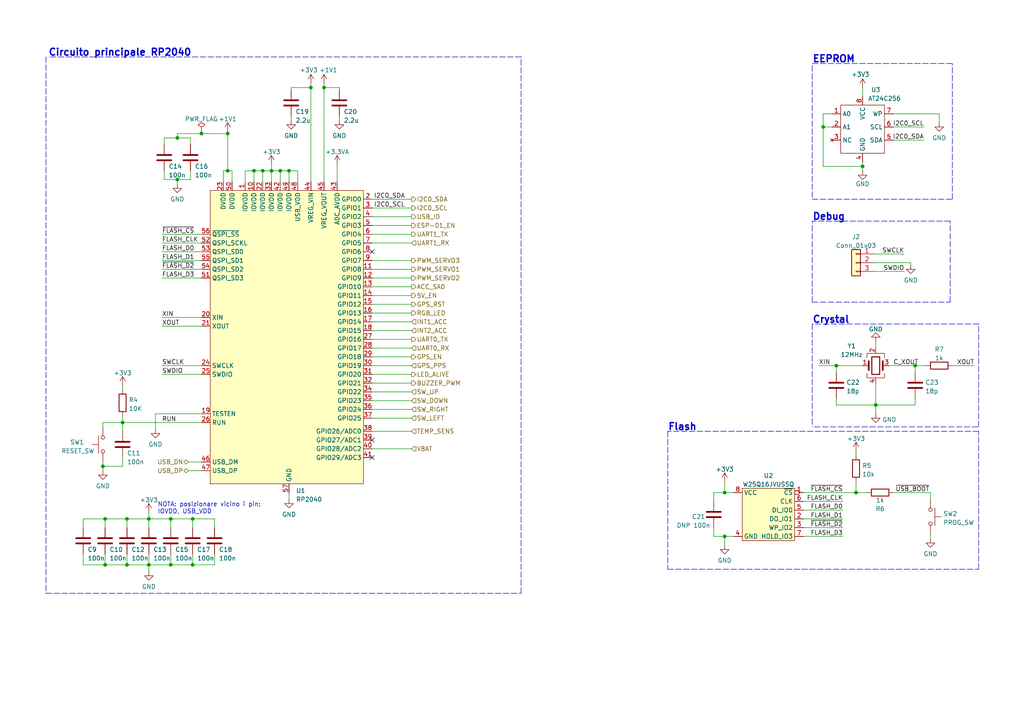
<source format=kicad_sch>
(kicad_sch (version 20211123) (generator eeschema)
  (paper "A4")
  (title_block (title "Scheda PSE RP2040") (date "2023-04-04") (rev "1.0") (comment 1 "Filippo Castellan ") (comment 2 "Edoardo Nicolodi") (comment 3 "Alessandro Speranza") (comment 4 "Ilaria Zamai"))
  (lib_symbols
    (symbol "Connector_Generic:Conn_01x03" (pin_names (offset 1.016) hide)
      (property "Reference" "J" (at 0 5.08 0))
      (property "Value" "Conn_01x03" (at 0 -5.08 0))
      (symbol "Conn_01x03_1_1"
        (rectangle (start -1.27 -2.413) (end 0 -2.667) (stroke (width 0.1524)))
        (rectangle (start -1.27 0.127) (end 0 -0.127) (stroke (width 0.1524)))
        (rectangle (start -1.27 2.667) (end 0 2.413) (stroke (width 0.1524)))
        (rectangle (start -1.27 3.81) (end 1.27 -3.81) (stroke (width 0.254)) (fill (type background)))
        (pin passive line (at -5.08 2.54 0) (length 3.81) (name "Pin_1") (number "1"))
        (pin passive line (at -5.08 0 0) (length 3.81) (name "Pin_2") (number "2"))
        (pin passive line (at -5.08 -2.54 0) (length 3.81) (name "Pin_3") (number "3"))
      )
    )
    (symbol "Device:C" (pin_numbers hide) (pin_names (offset 0.254))
      (property "Reference" "C" (at 0.635 2.54 0))
      (property "Value" "C" (at 0.635 -2.54 0))
      (symbol "C_0_1"
        (polyline (pts (xy -2.032 -0.762) (xy 2.032 -0.762)) (stroke (width 0.508)))
        (polyline (pts (xy -2.032 0.762) (xy 2.032 0.762)) (stroke (width 0.508)))
      )
      (symbol "C_1_1"
        (pin passive line (at 0 3.81 270) (length 2.794) (name "~") (number "1"))
        (pin passive line (at 0 -3.81 90) (length 2.794) (name "~") (number "2"))
      )
    )
    (symbol "Device:Crystal_GND24" (pin_names (offset 1.016) hide)
      (property "Reference" "Y" (at 3.175 5.08 0))
      (property "Value" "Crystal_GND24" (at 3.175 3.175 0))
      (symbol "Crystal_GND24_0_1"
        (rectangle (start -1.143 2.54) (end 1.143 -2.54) (stroke (width 0.3048)))
        (polyline (pts (xy -2.54 0) (xy -2.032 0)))
        (polyline (pts (xy -2.032 -1.27) (xy -2.032 1.27)) (stroke (width 0.508)))
        (polyline (pts (xy 0 -3.81) (xy 0 -3.556)))
        (polyline (pts (xy 0 3.556) (xy 0 3.81)))
        (polyline (pts (xy 2.032 -1.27) (xy 2.032 1.27)) (stroke (width 0.508)))
        (polyline (pts (xy 2.032 0) (xy 2.54 0)))
        (polyline (pts (xy -2.54 -2.286) (xy -2.54 -3.556) (xy 2.54 -3.556) (xy 2.54 -2.286)))
        (polyline (pts (xy -2.54 2.286) (xy -2.54 3.556) (xy 2.54 3.556) (xy 2.54 2.286)))
      )
      (symbol "Crystal_GND24_1_1"
        (pin passive line (at -3.81 0 0) (length 1.27) (name "1") (number "1"))
        (pin passive line (at 0 5.08 270) (length 1.27) (name "2") (number "2"))
        (pin passive line (at 3.81 0 180) (length 1.27) (name "3") (number "3"))
        (pin passive line (at 0 -5.08 90) (length 1.27) (name "4") (number "4"))
      )
    )
    (symbol "Device:R" (pin_numbers hide) (pin_names (offset 0))
      (property "Reference" "R" (at 2.032 0 90))
      (property "Value" "R" (at 0 0 90))
      (symbol "R_0_1"
        (rectangle (start -1.016 -2.54) (end 1.016 2.54) (stroke (width 0.254)))
      )
      (symbol "R_1_1"
        (pin passive line (at 0 3.81 270) (length 1.27) (name "~") (number "1"))
        (pin passive line (at 0 -3.81 90) (length 1.27) (name "~") (number "2"))
      )
    )
    (symbol "Switch:SW_Push" (pin_numbers hide) (pin_names (offset 1.016) hide)
      (property "Reference" "SW" (at 1.27 2.54 0))
      (property "Value" "SW_Push" (at 0 -1.524 0))
      (symbol "SW_Push_0_1"
        (circle (center -2.032 0) (radius 0.508))
        (polyline (pts (xy 0 1.27) (xy 0 3.048)))
        (polyline (pts (xy 2.54 1.27) (xy -2.54 1.27)))
        (circle (center 2.032 0) (radius 0.508))
        (pin passive line (at -5.08 0 0) (length 2.54) (name "1") (number "1"))
        (pin passive line (at 5.08 0 180) (length 2.54) (name "2") (number "2"))
      )
    )
    (symbol "_PSE 2022:RP2040"
      (property "Reference" "U1" (at 3.2894 -46.4296 0))
      (property "Value" "RP2040" (at 3.2894 -48.9665 0))
      (symbol "RP2040_0_0"
        (text "" (at 24.13 -8.89 0) (effects (font (size 1.27 1.27))))
        (text "" (at 25.4 -10.16 0) (effects (font (size 1.27 1.27))))
      )
      (symbol "RP2040_0_1"
        (rectangle (start -21.59 40.64) (end 22.86 -44.45) (stroke (width 0.1524)) (fill (type background)))
      )
      (symbol "RP2040_1_1"
        (pin power_in line (at -11.43 43.18 270) (length 2.54) (name "IOVDD") (number "1"))
        (pin power_in line (at -8.89 43.18 270) (length 2.54) (name "IOVDD") (number "10"))
        (pin unspecified line (at 25.4 17.78 180) (length 2.54) (name "GPIO8") (number "11"))
        (pin unspecified line (at 25.4 15.24 180) (length 2.54) (name "GPIO9") (number "12"))
        (pin unspecified line (at 25.4 12.7 180) (length 2.54) (name "GPIO10") (number "13"))
        (pin unspecified line (at 25.4 10.16 180) (length 2.54) (name "GPIO11") (number "14"))
        (pin unspecified line (at 25.4 7.62 180) (length 2.54) (name "GPIO12") (number "15"))
        (pin unspecified line (at 25.4 5.08 180) (length 2.54) (name "GPIO13") (number "16"))
        (pin unspecified line (at 25.4 2.54 180) (length 2.54) (name "GPIO14") (number "17"))
        (pin unspecified line (at 25.4 0 180) (length 2.54) (name "GPIO15") (number "18"))
        (pin unspecified line (at -24.13 -24.13 0) (length 2.54) (name "TESTEN") (number "19"))
        (pin unspecified line (at 25.4 38.1 180) (length 2.54) (name "GPIO0") (number "2"))
        (pin unspecified line (at -24.13 3.81 0) (length 2.54) (name "XIN") (number "20"))
        (pin unspecified line (at -24.13 1.27 0) (length 2.54) (name "XOUT") (number "21"))
        (pin power_in line (at -6.35 43.18 270) (length 2.54) (name "IOVDD") (number "22"))
        (pin power_in line (at -17.78 43.18 270) (length 2.54) (name "DVDD") (number "23"))
        (pin input line (at -24.13 -10.16 0) (length 2.54) (name "SWCLK") (number "24"))
        (pin bidirectional line (at -24.13 -12.7 0) (length 2.54) (name "SWDIO") (number "25"))
        (pin unspecified line (at -24.13 -26.67 0) (length 2.54) (name "RUN") (number "26"))
        (pin unspecified line (at 25.4 -2.54 180) (length 2.54) (name "GPIO16") (number "27"))
        (pin unspecified line (at 25.4 -5.08 180) (length 2.54) (name "GPIO17") (number "28"))
        (pin unspecified line (at 25.4 -7.62 180) (length 2.54) (name "GPIO18") (number "29"))
        (pin unspecified line (at 25.4 35.56 180) (length 2.54) (name "GPIO1") (number "3"))
        (pin unspecified line (at 25.4 -10.16 180) (length 2.54) (name "GPIO19") (number "30"))
        (pin unspecified line (at 25.4 -12.7 180) (length 2.54) (name "GPIO20") (number "31"))
        (pin unspecified line (at 25.4 -15.24 180) (length 2.54) (name "GPIO21") (number "32"))
        (pin power_in line (at -3.81 43.18 270) (length 2.54) (name "IOVDD") (number "33"))
        (pin unspecified line (at 25.4 -17.78 180) (length 2.54) (name "GPIO22") (number "34"))
        (pin unspecified line (at 25.4 -20.32 180) (length 2.54) (name "GPIO23") (number "35"))
        (pin unspecified line (at 25.4 -22.86 180) (length 2.54) (name "GPIO24") (number "36"))
        (pin unspecified line (at 25.4 -25.4 180) (length 2.54) (name "GPIO25") (number "37"))
        (pin unspecified line (at 25.4 -29.21 180) (length 2.54) (name "GPIO26/ADC0") (number "38"))
        (pin unspecified line (at 25.4 -31.75 180) (length 2.54) (name "GPIO27/ADC1") (number "39"))
        (pin unspecified line (at 25.4 33.02 180) (length 2.54) (name "GPIO2") (number "4"))
        (pin unspecified line (at 25.4 -34.29 180) (length 2.54) (name "GPIO28/ADC2") (number "40"))
        (pin unspecified line (at 25.4 -36.83 180) (length 2.54) (name "GPIO29/ADC3") (number "41"))
        (pin power_in line (at -1.27 43.18 270) (length 2.54) (name "IOVDD") (number "42"))
        (pin power_in line (at 15.24 43.18 270) (length 2.54) (name "ADC_AVDD") (number "43"))
        (pin power_in line (at 7.62 43.18 270) (length 2.54) (name "VREG_VIN") (number "44"))
        (pin power_in line (at 11.43 43.18 270) (length 2.54) (name "VREG_VOUT") (number "45"))
        (pin bidirectional line (at -24.13 -38.1 0) (length 2.54) (name "USB_DM") (number "46"))
        (pin bidirectional line (at -24.13 -40.64 0) (length 2.54) (name "USB_DP") (number "47"))
        (pin power_in line (at 3.81 43.18 270) (length 2.54) (name "USB_VDD") (number "48"))
        (pin power_in line (at 1.27 43.18 270) (length 2.54) (name "IOVDD") (number "49"))
        (pin unspecified line (at 25.4 30.48 180) (length 2.54) (name "GPIO3") (number "5"))
        (pin power_in line (at -15.24 43.18 270) (length 2.54) (name "DVDD") (number "50"))
        (pin unspecified line (at -24.13 15.24 0) (length 2.54) (name "QSPI_SD3") (number "51"))
        (pin unspecified line (at -24.13 25.4 0) (length 2.54) (name "QSPI_SCKL") (number "52"))
        (pin unspecified line (at -24.13 22.86 0) (length 2.54) (name "QSPI_SD0") (number "53"))
        (pin unspecified line (at -24.13 17.78 0) (length 2.54) (name "QSPI_SD2") (number "54"))
        (pin unspecified line (at -24.13 20.32 0) (length 2.54) (name "QSPI_SD1") (number "55"))
        (pin unspecified line (at -24.13 27.94 0) (length 2.54) (name "~{QSPI_SS}") (number "56"))
        (pin power_out line (at 1.27 -46.99 90) (length 2.54) (name "GND") (number "57"))
        (pin unspecified line (at 25.4 27.94 180) (length 2.54) (name "GPIO4") (number "6"))
        (pin unspecified line (at 25.4 25.4 180) (length 2.54) (name "GPIO5") (number "7"))
        (pin unspecified line (at 25.4 22.86 180) (length 2.54) (name "GPIO6") (number "8"))
        (pin unspecified line (at 25.4 20.32 180) (length 2.54) (name "GPIO7") (number "9"))
      )
    )
    (symbol "_PSE 2022:W25Q16JVUSSQ"
      (property "Reference" "U" (at 7.62 5.08 0))
      (property "Value" "W25Q16JVUSSQ" (at 7.62 2.54 0))
      (symbol "W25Q16JVUSSQ_0_1"
        (rectangle (start 0 1.27) (end 15.24 -13.97) (stroke (width 0.1524)) (fill (type background)))
      )
      (symbol "W25Q16JVUSSQ_1_1"
        (pin passive inverted (at 17.78 0 180) (length 2.54) (name "~{CS}") (number "1"))
        (pin passive line (at 17.78 -7.62 180) (length 2.54) (name "DO_IO1") (number "2"))
        (pin passive line (at 17.78 -10.16 180) (length 2.54) (name "WP_IO2") (number "3"))
        (pin power_in line (at -2.54 -12.7 0) (length 2.54) (name "GND") (number "4"))
        (pin passive line (at 17.78 -5.08 180) (length 2.54) (name "DI_IO0") (number "5"))
        (pin passive line (at 17.78 -2.54 180) (length 2.54) (name "CLK") (number "6"))
        (pin passive line (at 17.78 -12.7 180) (length 2.54) (name "HOLD_IO3") (number "7"))
        (pin power_in line (at -2.54 0 0) (length 2.54) (name "VCC") (number "8"))
      )
    )
    (symbol "altro:AT24C256"
      (property "Reference" "U" (at 3.81 11.43 0))
      (property "Value" "AT24C256" (at 7.62 8.89 0))
      (symbol "AT24C256_0_1"
        (rectangle (start -6.35 6.35) (end 6.35 -7.62))
      )
      (symbol "AT24C256_1_1"
        (pin tri_state line (at -8.89 3.81 0) (length 2.54) (name "A0") (number "1"))
        (pin tri_state line (at -8.89 0 0) (length 2.54) (name "A1") (number "2"))
        (pin no_connect line (at -8.89 -3.81 0) (length 2.54) (name "NC") (number "3"))
        (pin power_out line (at 0 -10.16 90) (length 2.54) (name "GND") (number "4"))
        (pin bidirectional line (at 8.89 -3.81 180) (length 2.54) (name "SDA") (number "5"))
        (pin input line (at 8.89 0 180) (length 2.54) (name "SCL") (number "6"))
        (pin bidirectional line (at 8.89 3.81 180) (length 2.54) (name "WP") (number "7"))
        (pin power_in line (at 0 8.89 270) (length 2.54) (name "VCC") (number "8"))
      )
    )
    (symbol "power:+1V1" (power) (pin_names (offset 0))
      (property "Value" "+1V1" (at 0 3.556 0))
      (symbol "+1V1_0_1"
        (polyline (pts (xy -0.762 1.27) (xy 0 2.54)))
        (polyline (pts (xy 0 0) (xy 0 2.54)))
        (polyline (pts (xy 0 2.54) (xy 0.762 1.27)))
      )
      (symbol "+1V1_1_1"
        (pin power_in line (at 0 0 90) (length 0) hide (name "+1V1") (number "1"))
      )
    )
    (symbol "power:+3.3VA" (power) (pin_names (offset 0))
      (property "Value" "+3.3VA" (at 0 3.556 0))
      (symbol "+3.3VA_0_1"
        (polyline (pts (xy -0.762 1.27) (xy 0 2.54)))
        (polyline (pts (xy 0 0) (xy 0 2.54)))
        (polyline (pts (xy 0 2.54) (xy 0.762 1.27)))
      )
      (symbol "+3.3VA_1_1"
        (pin power_in line (at 0 0 90) (length 0) hide (name "+3.3VA") (number "1"))
      )
    )
    (symbol "power:+3V3" (power) (pin_names (offset 0))
      (property "Value" "+3V3" (at 0 3.556 0))
      (symbol "+3V3_0_1"
        (polyline (pts (xy -0.762 1.27) (xy 0 2.54)))
        (polyline (pts (xy 0 0) (xy 0 2.54)))
        (polyline (pts (xy 0 2.54) (xy 0.762 1.27)))
      )
      (symbol "+3V3_1_1"
        (pin power_in line (at 0 0 90) (length 0) hide (name "+3V3") (number "1"))
      )
    )
    (symbol "power:GND" (power) (pin_names (offset 0))
      (property "Value" "GND" (at 0 -3.81 0))
      (symbol "GND_0_1"
        (polyline (pts (xy 0 0) (xy 0 -1.27) (xy 1.27 -1.27) (xy 0 -2.54) (xy -1.27 -1.27) (xy 0 -1.27)))
      )
      (symbol "GND_1_1"
        (pin power_in line (at 0 0 270) (length 0) hide (name "GND") (number "1"))
      )
    )
    (symbol "power:PWR_FLAG" (power) (pin_numbers hide) (pin_names (offset 0) hide)
      (property "Value" "PWR_FLAG" (at 0 3.81 0))
      (symbol "PWR_FLAG_0_0"
        (pin power_out line (at 0 0 90) (length 0) (name "pwr") (number "1"))
      )
      (symbol "PWR_FLAG_0_1"
        (polyline (pts (xy 0 0) (xy 0 1.27) (xy -1.016 1.905) (xy 0 2.54) (xy 1.016 1.905) (xy 0 1.27)))
      )
    )
  )
  (junction (at 83.82 49.53))
  (junction (at 78.74 49.53))
  (junction (at 210.185 142.875))
  (junction (at 242.57 106.045))
  (junction (at 51.435 52.07))
  (junction (at 35.56 122.555))
  (junction (at 73.66 49.53))
  (junction (at 36.83 150.495))
  (junction (at 29.845 135.255))
  (junction (at 30.48 163.83))
  (junction (at 265.43 106.045))
  (junction (at 254 117.475))
  (junction (at 250.19 48.26))
  (junction (at 58.42 38.735))
  (junction (at 238.76 36.83))
  (junction (at 81.28 49.53))
  (junction (at 55.88 150.495))
  (junction (at 43.18 150.495))
  (junction (at 49.53 150.495))
  (junction (at 210.185 155.575))
  (junction (at 93.98 25.4))
  (junction (at 248.285 142.875))
  (junction (at 43.18 163.83))
  (junction (at 36.83 163.83))
  (junction (at 66.04 49.53))
  (junction (at 66.04 38.735))
  (junction (at 51.435 40.005))
  (junction (at 30.48 150.495))
  (junction (at 49.53 163.83))
  (junction (at 90.17 25.4))
  (junction (at 76.2 49.53))
  (junction (at 55.88 163.83))
  (no_connect (at 107.95 127.635))
  (no_connect (at 107.95 132.715))
  (no_connect (at 107.95 73.025))
  (polyline (pts (xy 193.675 165.1) (xy 283.845 165.1)))
  (polyline (pts (xy 235.585 87.63) (xy 275.59 87.63)))
  (wire (pts (xy 36.83 150.495) (xy 36.83 153.035)))
  (wire (pts (xy 35.56 132.715) (xy 35.56 135.255)))
  (polyline (pts (xy 13.335 16.51) (xy 13.335 172.085)))
  (polyline (pts (xy 193.675 125.095) (xy 193.675 165.1)))
  (wire (pts (xy 46.99 94.615) (xy 58.42 94.615)))
  (wire (pts (xy 29.845 123.825) (xy 29.845 122.555)))
  (wire (pts (xy 83.82 142.875) (xy 83.82 144.78)))
  (wire (pts (xy 24.13 163.83) (xy 30.48 163.83)))
  (wire (pts (xy 97.79 47.625) (xy 97.79 52.705)))
  (wire (pts (xy 66.04 38.1) (xy 66.04 38.735)))
  (wire (pts (xy 43.18 163.83) (xy 43.18 165.735)))
  (wire (pts (xy 250.19 46.99) (xy 250.19 48.26)))
  (wire (pts (xy 253.365 76.2) (xy 264.16 76.2)))
  (wire (pts (xy 233.045 147.955) (xy 244.475 147.955)))
  (wire (pts (xy 73.66 52.705) (xy 73.66 49.53)))
  (wire (pts (xy 66.04 49.53) (xy 64.77 49.53)))
  (wire (pts (xy 46.99 92.075) (xy 58.42 92.075)))
  (wire (pts (xy 24.13 153.035) (xy 24.13 150.495)))
  (wire (pts (xy 233.045 145.415) (xy 244.475 145.415)))
  (wire (pts (xy 47.625 40.005) (xy 51.435 40.005)))
  (wire (pts (xy 250.19 48.26) (xy 250.19 49.53)))
  (wire (pts (xy 259.08 142.875) (xy 269.875 142.875)))
  (wire (pts (xy 67.31 49.53) (xy 66.04 49.53)))
  (wire (pts (xy 46.99 70.485) (xy 58.42 70.485)))
  (wire (pts (xy 212.725 155.575) (xy 210.185 155.575)))
  (wire (pts (xy 47.625 41.91) (xy 47.625 40.005)))
  (wire (pts (xy 46.99 80.645) (xy 58.42 80.645)))
  (wire (pts (xy 51.435 40.005) (xy 55.245 40.005)))
  (wire (pts (xy 78.74 49.53) (xy 81.28 49.53)))
  (wire (pts (xy 93.98 25.4) (xy 93.98 52.705)))
  (wire (pts (xy 242.57 106.045) (xy 250.19 106.045)))
  (wire (pts (xy 73.66 49.53) (xy 71.12 49.53)))
  (wire (pts (xy 107.95 111.125) (xy 119.38 111.125)))
  (polyline (pts (xy 235.585 64.135) (xy 235.585 64.77)))
  (wire (pts (xy 58.42 38.735) (xy 66.04 38.735)))
  (wire (pts (xy 58.42 120.015) (xy 45.085 120.015)))
  (wire (pts (xy 253.365 78.74) (xy 262.255 78.74)))
  (wire (pts (xy 254 117.475) (xy 265.43 117.475)))
  (wire (pts (xy 81.28 49.53) (xy 83.82 49.53)))
  (wire (pts (xy 76.2 49.53) (xy 76.2 52.705)))
  (wire (pts (xy 107.95 103.505) (xy 119.38 103.505)))
  (wire (pts (xy 238.76 36.83) (xy 241.3 36.83)))
  (wire (pts (xy 207.01 153.035) (xy 207.01 155.575)))
  (wire (pts (xy 265.43 115.57) (xy 265.43 117.475)))
  (wire (pts (xy 49.53 163.83) (xy 43.18 163.83)))
  (wire (pts (xy 107.95 125.095) (xy 119.38 125.095)))
  (wire (pts (xy 46.99 106.045) (xy 58.42 106.045)))
  (wire (pts (xy 46.99 75.565) (xy 58.42 75.565)))
  (wire (pts (xy 90.17 25.4) (xy 90.17 52.705)))
  (wire (pts (xy 248.285 139.7) (xy 248.285 142.875)))
  (wire (pts (xy 242.57 117.475) (xy 242.57 115.57)))
  (polyline (pts (xy 235.585 65.405) (xy 235.585 87.63)))
  (polyline (pts (xy 283.845 165.1) (xy 283.845 125.095)))
  (polyline (pts (xy 275.59 87.63) (xy 275.59 64.135)))
  (wire (pts (xy 107.95 98.425) (xy 119.38 98.425)))
  (wire (pts (xy 51.435 52.07) (xy 51.435 53.34)))
  (wire (pts (xy 107.95 88.265) (xy 119.38 88.265)))
  (wire (pts (xy 36.83 163.83) (xy 30.48 163.83)))
  (polyline (pts (xy 235.585 18.415) (xy 276.225 18.415)))
  (wire (pts (xy 242.57 106.045) (xy 242.57 107.95)))
  (wire (pts (xy 250.19 25.4) (xy 250.19 27.94)))
  (polyline (pts (xy 283.845 93.98) (xy 235.585 93.98)))
  (wire (pts (xy 78.74 49.53) (xy 78.74 52.705)))
  (wire (pts (xy 76.2 49.53) (xy 78.74 49.53)))
  (wire (pts (xy 107.95 100.965) (xy 119.38 100.965)))
  (wire (pts (xy 107.95 78.105) (xy 119.38 78.105)))
  (wire (pts (xy 43.18 160.655) (xy 43.18 163.83)))
  (wire (pts (xy 55.88 163.83) (xy 49.53 163.83)))
  (wire (pts (xy 47.625 49.53) (xy 47.625 52.07)))
  (wire (pts (xy 238.76 36.83) (xy 238.76 48.26)))
  (wire (pts (xy 259.08 33.02) (xy 272.415 33.02)))
  (wire (pts (xy 86.36 49.53) (xy 86.36 52.705)))
  (wire (pts (xy 43.18 148.59) (xy 43.18 150.495)))
  (wire (pts (xy 276.225 106.045) (xy 282.575 106.045)))
  (wire (pts (xy 233.045 153.035) (xy 244.475 153.035)))
  (wire (pts (xy 36.83 160.655) (xy 36.83 163.83)))
  (wire (pts (xy 107.95 90.805) (xy 119.38 90.805)))
  (wire (pts (xy 24.13 160.655) (xy 24.13 163.83)))
  (wire (pts (xy 47.625 52.07) (xy 51.435 52.07)))
  (wire (pts (xy 29.845 135.255) (xy 29.845 133.985)))
  (wire (pts (xy 210.185 142.875) (xy 212.725 142.875)))
  (wire (pts (xy 93.98 24.13) (xy 93.98 25.4)))
  (wire (pts (xy 210.185 139.7) (xy 210.185 142.875)))
  (wire (pts (xy 254 111.125) (xy 254 117.475)))
  (wire (pts (xy 46.99 108.585) (xy 58.42 108.585)))
  (wire (pts (xy 51.435 38.735) (xy 58.42 38.735)))
  (wire (pts (xy 30.48 150.495) (xy 36.83 150.495)))
  (wire (pts (xy 35.56 120.65) (xy 35.56 122.555)))
  (wire (pts (xy 49.53 160.655) (xy 49.53 163.83)))
  (wire (pts (xy 238.76 33.02) (xy 238.76 36.83)))
  (wire (pts (xy 265.43 106.045) (xy 268.605 106.045)))
  (wire (pts (xy 107.95 118.745) (xy 119.38 118.745)))
  (wire (pts (xy 46.99 67.945) (xy 58.42 67.945)))
  (wire (pts (xy 107.95 130.175) (xy 119.38 130.175)))
  (wire (pts (xy 55.88 150.495) (xy 62.23 150.495)))
  (wire (pts (xy 248.285 130.81) (xy 248.285 132.08)))
  (wire (pts (xy 55.245 40.005) (xy 55.245 41.91)))
  (wire (pts (xy 30.48 150.495) (xy 30.48 153.035)))
  (wire (pts (xy 84.455 33.655) (xy 84.455 34.925)))
  (polyline (pts (xy 236.22 123.825) (xy 283.845 123.825)))
  (wire (pts (xy 84.455 25.4) (xy 84.455 26.035)))
  (wire (pts (xy 43.18 150.495) (xy 43.18 153.035)))
  (wire (pts (xy 233.045 155.575) (xy 244.475 155.575)))
  (wire (pts (xy 107.95 57.785) (xy 119.38 57.785)))
  (wire (pts (xy 107.95 83.185) (xy 119.38 83.185)))
  (wire (pts (xy 107.95 106.045) (xy 119.38 106.045)))
  (wire (pts (xy 83.82 49.53) (xy 83.82 52.705)))
  (wire (pts (xy 107.95 113.665) (xy 119.38 113.665)))
  (wire (pts (xy 254 117.475) (xy 254 120.015)))
  (wire (pts (xy 51.435 38.735) (xy 51.435 40.005)))
  (wire (pts (xy 55.245 52.07) (xy 55.245 49.53)))
  (wire (pts (xy 98.425 26.035) (xy 98.425 25.4)))
  (polyline (pts (xy 151.13 172.085) (xy 151.13 16.51)))
  (wire (pts (xy 62.23 150.495) (xy 62.23 153.035)))
  (polyline (pts (xy 283.845 123.825) (xy 283.845 93.98)))
  (wire (pts (xy 269.875 154.94) (xy 269.875 156.21)))
  (polyline (pts (xy 235.585 57.785) (xy 276.225 57.785)))
  (wire (pts (xy 29.845 135.255) (xy 29.845 136.525)))
  (wire (pts (xy 107.95 62.865) (xy 119.38 62.865)))
  (wire (pts (xy 107.95 75.565) (xy 119.38 75.565)))
  (polyline (pts (xy 275.59 64.135) (xy 235.585 64.135)))
  (wire (pts (xy 24.13 150.495) (xy 30.48 150.495)))
  (wire (pts (xy 238.76 48.26) (xy 250.19 48.26)))
  (wire (pts (xy 107.95 116.205) (xy 119.38 116.205)))
  (wire (pts (xy 35.56 135.255) (xy 29.845 135.255)))
  (wire (pts (xy 233.045 150.495) (xy 244.475 150.495)))
  (wire (pts (xy 58.42 38.1) (xy 58.42 38.735)))
  (wire (pts (xy 84.455 25.4) (xy 90.17 25.4)))
  (wire (pts (xy 54.61 136.525) (xy 58.42 136.525)))
  (wire (pts (xy 259.08 40.64) (xy 267.97 40.64)))
  (wire (pts (xy 98.425 33.655) (xy 98.425 34.925)))
  (wire (pts (xy 46.99 73.025) (xy 58.42 73.025)))
  (wire (pts (xy 107.95 60.325) (xy 119.38 60.325)))
  (wire (pts (xy 241.3 33.02) (xy 238.76 33.02)))
  (wire (pts (xy 107.95 108.585) (xy 119.38 108.585)))
  (wire (pts (xy 62.23 160.655) (xy 62.23 163.83)))
  (wire (pts (xy 54.61 133.985) (xy 58.42 133.985)))
  (wire (pts (xy 269.875 142.875) (xy 269.875 144.78)))
  (polyline (pts (xy 276.225 57.785) (xy 276.225 18.415)))
  (wire (pts (xy 30.48 160.655) (xy 30.48 163.83)))
  (wire (pts (xy 107.95 80.645) (xy 119.38 80.645)))
  (wire (pts (xy 107.95 85.725) (xy 119.38 85.725)))
  (wire (pts (xy 265.43 107.95) (xy 265.43 106.045)))
  (wire (pts (xy 207.01 155.575) (xy 210.185 155.575)))
  (polyline (pts (xy 283.845 125.095) (xy 193.675 125.095)))
  (wire (pts (xy 73.66 49.53) (xy 76.2 49.53)))
  (wire (pts (xy 107.95 95.885) (xy 119.38 95.885)))
  (wire (pts (xy 71.12 49.53) (xy 71.12 52.705)))
  (wire (pts (xy 46.99 78.105) (xy 58.42 78.105)))
  (wire (pts (xy 36.83 150.495) (xy 43.18 150.495)))
  (wire (pts (xy 55.88 150.495) (xy 55.88 153.035)))
  (wire (pts (xy 49.53 150.495) (xy 49.53 153.035)))
  (wire (pts (xy 90.17 24.13) (xy 90.17 25.4)))
  (polyline (pts (xy 151.13 16.51) (xy 13.97 16.51)))
  (polyline (pts (xy 235.585 93.98) (xy 235.585 123.825)))
  (wire (pts (xy 55.88 160.655) (xy 55.88 163.83)))
  (wire (pts (xy 45.085 120.015) (xy 45.085 124.46)))
  (wire (pts (xy 66.04 38.735) (xy 66.04 49.53)))
  (wire (pts (xy 248.285 142.875) (xy 251.46 142.875)))
  (wire (pts (xy 253.365 73.66) (xy 262.255 73.66)))
  (wire (pts (xy 257.81 106.045) (xy 265.43 106.045)))
  (wire (pts (xy 35.56 122.555) (xy 35.56 125.095)))
  (wire (pts (xy 49.53 150.495) (xy 55.88 150.495)))
  (wire (pts (xy 254 99.06) (xy 254 100.965)))
  (wire (pts (xy 43.18 150.495) (xy 49.53 150.495)))
  (wire (pts (xy 207.01 145.415) (xy 207.01 142.875)))
  (wire (pts (xy 36.83 163.83) (xy 43.18 163.83)))
  (wire (pts (xy 81.28 49.53) (xy 81.28 52.705)))
  (wire (pts (xy 272.415 33.02) (xy 272.415 35.56)))
  (wire (pts (xy 64.77 49.53) (xy 64.77 52.705)))
  (wire (pts (xy 35.56 122.555) (xy 58.42 122.555)))
  (wire (pts (xy 264.16 76.2) (xy 264.16 76.835)))
  (wire (pts (xy 237.49 106.045) (xy 242.57 106.045)))
  (wire (pts (xy 207.01 142.875) (xy 210.185 142.875)))
  (wire (pts (xy 107.95 93.345) (xy 119.38 93.345)))
  (wire (pts (xy 35.56 111.76) (xy 35.56 113.03)))
  (wire (pts (xy 259.08 36.83) (xy 267.97 36.83)))
  (wire (pts (xy 107.95 65.405) (xy 119.38 65.405)))
  (wire (pts (xy 67.31 52.705) (xy 67.31 49.53)))
  (wire (pts (xy 83.82 49.53) (xy 86.36 49.53)))
  (wire (pts (xy 51.435 52.07) (xy 55.245 52.07)))
  (wire (pts (xy 93.98 25.4) (xy 98.425 25.4)))
  (polyline (pts (xy 13.335 172.085) (xy 151.13 172.085)))
  (wire (pts (xy 107.95 67.945) (xy 119.38 67.945)))
  (wire (pts (xy 210.185 155.575) (xy 210.185 158.115)))
  (wire (pts (xy 107.95 70.485) (xy 119.38 70.485)))
  (wire (pts (xy 233.045 142.875) (xy 248.285 142.875)))
  (wire (pts (xy 78.74 47.625) (xy 78.74 49.53)))
  (polyline (pts (xy 235.585 19.05) (xy 235.585 57.785)))
  (wire (pts (xy 254 117.475) (xy 242.57 117.475)))
  (wire (pts (xy 29.845 122.555) (xy 35.56 122.555)))
  (wire (pts (xy 107.95 121.285) (xy 119.38 121.285)))
  (wire (pts (xy 62.23 163.83) (xy 55.88 163.83)))
  (text "EEPROM" (at 235.585 18.415 0) (effects (font (size 2 2) (thickness 0.4) bold) (justify left bottom)))
  (text "Crystal" (at 235.585 93.98 0) (effects (font (size 2 2) (thickness 0.4) bold) (justify left bottom)))
  (text "Circuito principale RP2040" (at 13.97 16.51 0) (effects (font (size 2 2) (thickness 0.4) bold) (justify left bottom)))
  (text "NOTA: posizionare vicino i pin: \nIOVDD, USB_VDD" (at 45.72 149.225 0) (effects (font (size 1.27 1.27)) (justify left bottom)))
  (text "Flash" (at 193.675 125.095 0) (effects (font (size 2 2) (thickness 0.4) bold) (justify left bottom)))
  (text "Debug" (at 235.585 64.135 0) (effects (font (size 2 2) (thickness 0.4) bold) (justify left bottom)))
  (label "FLASH_CLK" (at 244.475 145.415 180))
  (label "~{FLASH_CS}" (at 46.99 67.945 0))
  (label "SWDIO" (at 46.99 108.585 0))
  (label "~{FLASH_D2}" (at 46.99 78.105 0))
  (label "I2C0_SCL" (at 267.97 36.83 180))
  (label "~{FLASH_CS}" (at 244.475 142.875 180))
  (label "XIN" (at 46.99 92.075 0))
  (label "SWCLK" (at 46.99 106.045 0))
  (label "FLASH_D0" (at 46.99 73.025 0))
  (label "FLASH_CLK" (at 46.99 70.485 0))
  (label "XOUT" (at 282.575 106.045 180))
  (label "XIN" (at 237.49 106.045 0))
  (label "I2C0_SDA" (at 117.475 57.785 180))
  (label "I2C0_SCL" (at 117.475 60.325 180))
  (label "FLASH_D1" (at 46.99 75.565 0))
  (label "~{USB_BOOT}" (at 259.715 142.875 0))
  (label "SWCLK" (at 262.255 73.66 180))
  (label "C_XOUT" (at 259.08 106.045 0))
  (label "XOUT" (at 46.99 94.615 0))
  (label "FLASH_D3" (at 46.99 80.645 0))
  (label "FLASH_D3" (at 244.475 155.575 180))
  (label "~{FLASH_D2}" (at 244.475 153.035 180))
  (label "RUN" (at 46.99 122.555 0))
  (label "FLASH_D0" (at 244.475 147.955 180))
  (label "I2C0_SDA" (at 267.97 40.64 180))
  (label "FLASH_D1" (at 244.475 150.495 180))
  (label "SWDIO" (at 262.255 78.74 180))
  (hierarchical_label "UART0_TX" (shape output) (at 119.38 98.425 0))
  (hierarchical_label "LED_ALIVE" (shape output) (at 119.38 108.585 0))
  (hierarchical_label "USB_DP" (shape bidirectional) (at 54.61 136.525 180))
  (hierarchical_label "GPS_RST" (shape output) (at 119.38 88.265 0))
  (hierarchical_label "TEMP_SENS" (shape input) (at 119.38 125.095 0))
  (hierarchical_label "UART1_RX" (shape input) (at 119.38 70.485 0))
  (hierarchical_label "SW_DOWN" (shape input) (at 119.38 116.205 0))
  (hierarchical_label "I2C0_SCL" (shape output) (at 119.38 60.325 0))
  (hierarchical_label "INT1_ACC" (shape input) (at 119.38 93.345 0))
  (hierarchical_label "UART0_RX" (shape input) (at 119.38 100.965 0))
  (hierarchical_label "BUZZER_PWM" (shape output) (at 119.38 111.125 0))
  (hierarchical_label "ACC_SA0" (shape output) (at 119.38 83.185 0))
  (hierarchical_label "RGB_LED" (shape output) (at 119.38 90.805 0))
  (hierarchical_label "SW_RIGHT" (shape input) (at 119.38 118.745 0))
  (hierarchical_label "GPS_EN" (shape output) (at 119.38 103.505 0))
  (hierarchical_label "I2C0_SDA" (shape output) (at 119.38 57.785 0))
  (hierarchical_label "5V_EN" (shape output) (at 119.38 85.725 0))
  (hierarchical_label "SW_LEFT" (shape input) (at 119.38 121.285 0))
  (hierarchical_label "PWM_SERVO2" (shape output) (at 119.38 80.645 0))
  (hierarchical_label "SW_UP" (shape input) (at 119.38 113.665 0))
  (hierarchical_label "VBAT" (shape input) (at 119.38 130.175 0))
  (hierarchical_label "PWM_SERVO3" (shape output) (at 119.38 75.565 0))
  (hierarchical_label "UART1_TX" (shape output) (at 119.38 67.945 0))
  (hierarchical_label "USB_DN" (shape bidirectional) (at 54.61 133.985 180))
  (hierarchical_label "GPS_PPS" (shape input) (at 119.38 106.045 0))
  (hierarchical_label "ESP-01_EN" (shape output) (at 119.38 65.405 0))
  (hierarchical_label "USB_ID" (shape output) (at 119.38 62.865 0))
  (hierarchical_label "PWM_SERVO1" (shape output) (at 119.38 78.105 0))
  (hierarchical_label "INT2_ACC" (shape input) (at 119.38 95.885 0))
  (symbol (lib_id "Device:C") (at 242.57 111.76 0) (unit 1)
    (property "Reference" "C22" (at 245.491 110.9253 0) (effects (justify left)))
    (property "Value" "18p" (at 245.491 113.4622 0) (effects (justify left)))
    (property "Footprint" "Capacitor_SMD:C_0603_1608Metric" (effects hide))
  )
  (symbol (lib_id "Device:C") (at 30.48 156.845 0) (unit 1)
    (property "Reference" "C10" (at 31.75 159.3881 0) (effects (justify left)))
    (property "Value" "100n" (at 31.75 161.925 0) (effects (justify left)))
    (property "Footprint" "Capacitor_SMD:C_0603_1608Metric" (effects hide))
  )
  (symbol (lib_id "Device:C") (at 43.18 156.845 0) (unit 1)
    (property "Reference" "C13" (at 44.45 159.3881 0) (effects (justify left)))
    (property "Value" "100n" (at 44.45 161.925 0) (effects (justify left)))
    (property "Footprint" "Capacitor_SMD:C_0603_1608Metric" (effects hide))
  )
  (symbol (lib_id "Device:C") (at 84.455 29.845 0) (unit 1)
    (property "Reference" "C19" (at 85.725 32.3881 0) (effects (justify left)))
    (property "Value" "2.2u" (at 85.725 34.925 0) (effects (justify left)))
    (property "Footprint" "Capacitor_SMD:C_0603_1608Metric" (effects hide))
  )
  (symbol (lib_id "Device:C") (at 98.425 29.845 0) (unit 1)
    (property "Reference" "C20" (at 99.695 32.3881 0) (effects (justify left)))
    (property "Value" "2.2u" (at 99.695 34.925 0) (effects (justify left)))
    (property "Footprint" "Capacitor_SMD:C_0603_1608Metric" (effects hide))
  )
  (symbol (lib_id "Device:R") (at 35.56 116.84 0) (unit 1)
    (property "Reference" "R4" (at 37.338 116.0053 0) (effects (justify left)))
    (property "Value" "10K" (at 37.338 118.5422 0) (effects (justify left)))
    (property "Footprint" "Resistor_SMD:R_0603_1608Metric" (effects hide))
  )
  (symbol (lib_id "power:GND") (at 264.16 76.835 0) (unit 1)
    (property "Reference" "#PWR026" (effects hide))
    (property "Value" "GND" (at 264.16 81.2784 0))
  )
  (symbol (lib_id "power:+3V3") (at 90.17 24.13 0) (unit 1)
    (property "Reference" "#PWR015" (effects hide))
    (property "Value" "+3V3" (at 89.535 20.32 0))
  )
  (symbol (lib_id "power:GND") (at 51.435 53.34 0) (unit 1)
    (property "Reference" "#PWR010" (effects hide))
    (property "Value" "GND" (at 51.435 57.7834 0))
  )
  (symbol (lib_id "power:+3V3") (at 210.185 139.7 0) (unit 1)
    (property "Reference" "#PWR019" (effects hide))
    (property "Value" "+3V3" (at 210.185 136.1242 0))
  )
  (symbol (lib_id "_PSE 2022:RP2040") (at 82.55 95.885 0) (unit 1)
    (property "Reference" "U1" (at 85.8394 142.3146 0) (effects (justify left)))
    (property "Value" "RP2040" (at 85.8394 144.8515 0) (effects (justify left)))
    (property "Footprint" "_PSE:QFN40P700X700X90-57N-D" (effects hide))
  )
  (symbol (lib_id "Device:R") (at 255.27 142.875 270) (mirror x) (unit 1)
    (property "Reference" "R6" (at 255.27 147.5908 90))
    (property "Value" "1k" (at 255.27 145.0539 90))
    (property "Footprint" "Resistor_SMD:R_0603_1608Metric" (effects hide))
  )
  (symbol (lib_id "Device:C") (at 24.13 156.845 0) (unit 1)
    (property "Reference" "C9" (at 25.4 159.3881 0) (effects (justify left)))
    (property "Value" "100n" (at 25.4 161.925 0) (effects (justify left)))
    (property "Footprint" "Capacitor_SMD:C_0603_1608Metric" (effects hide))
  )
  (symbol (lib_id "Connector_Generic:Conn_01x03") (at 248.285 76.2 0) (mirror y) (unit 1)
    (property "Reference" "J2" (at 248.285 68.6902 0))
    (property "Value" "Conn_01x03" (at 248.285 71.2271 0))
    (property "Footprint" "Connector_PinHeader_2.54mm:PinHeader_1x03_P2.54mm_Vertical" (effects hide))
  )
  (symbol (lib_id "Device:Crystal_GND24") (at 254 106.045 0) (unit 1)
    (property "Reference" "Y1" (at 247.015 100.3331 0))
    (property "Value" "12MHz" (at 247.015 102.87 0))
    (property "Footprint" "Crystal:Crystal_SMD_3225-4Pin_3.2x2.5mm_HandSoldering" (effects hide))
  )
  (symbol (lib_id "power:GND") (at 210.185 158.115 0) (unit 1)
    (property "Reference" "#PWR020" (effects hide))
    (property "Value" "GND" (at 210.185 162.5584 0))
  )
  (symbol (lib_id "_PSE 2022:W25Q16JVUSSQ") (at 215.265 142.875 0) (unit 1)
    (property "Reference" "U2" (at 222.885 137.956 0))
    (property "Value" "W25Q16JVUSSQ" (at 222.885 140.4929 0))
    (property "Footprint" "_MIA footprint:SOIC8-150mils" (effects hide))
  )
  (symbol (lib_id "Device:R") (at 272.415 106.045 90) (unit 1)
    (property "Reference" "R7" (at 272.415 101.3292 90))
    (property "Value" "1k" (at 272.415 103.8661 90))
    (property "Footprint" "Resistor_SMD:R_0603_1608Metric" (effects hide))
  )
  (symbol (lib_id "power:GND") (at 250.19 49.53 0) (unit 1)
    (property "Reference" "#PWR023" (effects hide))
    (property "Value" "GND" (at 250.19 53.34 0))
  )
  (symbol (lib_id "altro:AT24C256") (at 250.19 36.83 0) (unit 1)
    (property "Reference" "U3" (at 254 26.035 0))
    (property "Value" "AT24C256" (at 256.54 28.575 0))
    (property "Footprint" "Package_SO:SOIC-8_3.9x4.9mm_P1.27mm" (effects hide))
  )
  (symbol (lib_id "Device:R") (at 248.285 135.89 0) (unit 1)
    (property "Reference" "R5" (at 250.063 135.0553 0) (effects (justify left)))
    (property "Value" "10k" (at 250.063 137.5922 0) (effects (justify left)))
    (property "Footprint" "Resistor_SMD:R_0603_1608Metric" (effects hide))
  )
  (symbol (lib_id "power:+1V1") (at 93.98 24.13 0) (unit 1)
    (property "Reference" "#PWR016" (effects hide))
    (property "Value" "+1V1" (at 95.25 20.32 0))
  )
  (symbol (lib_id "Switch:SW_Push") (at 29.845 128.905 90) (unit 1)
    (property "Reference" "SW1" (at 20.32 128.27 90) (effects (justify right)))
    (property "Value" "RESET_SW" (at 17.78 130.81 90) (effects (justify right)))
    (property "Footprint" "Button_Switch_SMD:SW_SPST_EVQP0" (effects hide))
  )
  (symbol (lib_id "power:GND") (at 254 99.06 180) (unit 1)
    (property "Reference" "#PWR024" (effects hide))
    (property "Value" "GND" (at 254 95.4842 0))
  )
  (symbol (lib_id "power:+3.3VA") (at 97.79 47.625 0) (unit 1)
    (property "Reference" "#PWR017" (effects hide))
    (property "Value" "+3.3VA" (at 97.79 44.0492 0))
  )
  (symbol (lib_id "power:+1V1") (at 66.04 38.1 0) (unit 1)
    (property "Reference" "#PWR011" (effects hide))
    (property "Value" "+1V1" (at 66.04 34.5242 0))
  )
  (symbol (lib_id "power:GND") (at 269.875 156.21 0) (unit 1)
    (property "Reference" "#PWR027" (effects hide))
    (property "Value" "GND" (at 269.875 160.6534 0))
  )
  (symbol (lib_id "Device:C") (at 265.43 111.76 0) (unit 1)
    (property "Reference" "C23" (at 268.351 110.9253 0) (effects (justify left)))
    (property "Value" "18p" (at 268.351 113.4622 0) (effects (justify left)))
    (property "Footprint" "Capacitor_SMD:C_0603_1608Metric" (effects hide))
  )
  (symbol (lib_id "power:+3V3") (at 248.285 130.81 0) (unit 1)
    (property "Reference" "#PWR021" (effects hide))
    (property "Value" "+3V3" (at 248.285 127.2342 0))
  )
  (symbol (lib_id "Switch:SW_Push") (at 269.875 149.86 270) (unit 1)
    (property "Reference" "SW2" (at 273.558 149.0253 90) (effects (justify left)))
    (property "Value" "PROG_SW" (at 273.558 151.5622 90) (effects (justify left)))
    (property "Footprint" "Button_Switch_SMD:SW_SPST_EVQP0" (effects hide))
  )
  (symbol (lib_id "power:+3V3") (at 250.19 25.4 0) (unit 1)
    (property "Reference" "#PWR022" (effects hide))
    (property "Value" "+3V3" (at 249.555 21.59 0))
  )
  (symbol (lib_id "Device:C") (at 47.625 45.72 0) (unit 1)
    (property "Reference" "C14" (at 48.895 48.2631 0) (effects (justify left)))
    (property "Value" "100n" (at 48.895 50.8 0) (effects (justify left)))
    (property "Footprint" "Capacitor_SMD:C_0603_1608Metric" (effects hide))
  )
  (symbol (lib_id "power:+3V3") (at 35.56 111.76 0) (unit 1)
    (property "Reference" "#PWR06" (effects hide))
    (property "Value" "+3V3" (at 35.56 108.1842 0))
  )
  (symbol (lib_id "Device:C") (at 49.53 156.845 0) (unit 1)
    (property "Reference" "C15" (at 50.8 159.3881 0) (effects (justify left)))
    (property "Value" "100n" (at 50.8 161.925 0) (effects (justify left)))
    (property "Footprint" "Capacitor_SMD:C_0603_1608Metric" (effects hide))
  )
  (symbol (lib_id "power:GND") (at 254 120.015 0) (unit 1)
    (property "Reference" "#PWR025" (effects hide))
    (property "Value" "GND" (at 255.905 121.7188 0) (effects (justify left)))
  )
  (symbol (lib_id "Device:C") (at 55.88 156.845 0) (unit 1)
    (property "Reference" "C17" (at 57.15 159.3881 0) (effects (justify left)))
    (property "Value" "100n" (at 57.15 161.925 0) (effects (justify left)))
    (property "Footprint" "Capacitor_SMD:C_0603_1608Metric" (effects hide))
  )
  (symbol (lib_id "Device:C") (at 36.83 156.845 0) (unit 1)
    (property "Reference" "C12" (at 38.1 159.3881 0) (effects (justify left)))
    (property "Value" "100n" (at 38.1 161.925 0) (effects (justify left)))
    (property "Footprint" "Capacitor_SMD:C_0603_1608Metric" (effects hide))
  )
  (symbol (lib_id "power:GND") (at 45.085 124.46 0) (unit 1)
    (property "Reference" "#PWR09" (effects hide))
    (property "Value" "GND" (at 45.085 128.9034 0))
  )
  (symbol (lib_id "power:GND") (at 83.82 144.78 0) (unit 1)
    (property "Reference" "#PWR013" (effects hide))
    (property "Value" "GND" (at 83.82 149.2234 0))
  )
  (symbol (lib_id "power:GND") (at 98.425 34.925 0) (unit 1)
    (property "Reference" "#PWR018" (effects hide))
    (property "Value" "GND" (at 98.425 39.3684 0))
  )
  (symbol (lib_id "Device:C") (at 62.23 156.845 0) (unit 1)
    (property "Reference" "C18" (at 63.5 159.3881 0) (effects (justify left)))
    (property "Value" "100n" (at 63.5 161.925 0) (effects (justify left)))
    (property "Footprint" "Capacitor_SMD:C_0603_1608Metric" (effects hide))
  )
  (symbol (lib_id "power:GND") (at 84.455 34.925 0) (unit 1)
    (property "Reference" "#PWR014" (effects hide))
    (property "Value" "GND" (at 84.455 39.3684 0))
  )
  (symbol (lib_id "power:GND") (at 43.18 165.735 0) (unit 1)
    (property "Reference" "#PWR08" (effects hide))
    (property "Value" "GND" (at 43.18 170.1784 0))
  )
  (symbol (lib_id "power:PWR_FLAG") (at 58.42 38.1 0) (unit 1)
    (property "Reference" "#FLG01" (effects hide))
    (property "Value" "PWR_FLAG" (at 58.42 34.5242 0))
  )
  (symbol (lib_id "power:GND") (at 272.415 35.56 0) (unit 1)
    (property "Reference" "#PWR028" (effects hide))
    (property "Value" "GND" (at 272.415 40.005 0))
  )
  (symbol (lib_id "power:+3V3") (at 78.74 47.625 0) (unit 1)
    (property "Reference" "#PWR012" (effects hide))
    (property "Value" "+3V3" (at 78.74 44.0492 0))
  )
  (symbol (lib_id "power:GND") (at 29.845 136.525 0) (unit 1)
    (property "Reference" "#PWR05" (effects hide))
    (property "Value" "GND" (at 29.845 140.9684 0))
  )
  (symbol (lib_id "Device:C") (at 207.01 149.225 0) (unit 1)
    (property "Reference" "C21" (at 200.66 149.86 0) (effects (justify left)))
    (property "Value" "DNP 100n" (at 196.215 152.3969 0) (effects (justify left)))
    (property "Footprint" "Capacitor_SMD:C_0603_1608Metric" (effects hide))
  )
  (symbol (lib_id "power:+3V3") (at 43.18 148.59 0) (unit 1)
    (property "Reference" "#PWR07" (effects hide))
    (property "Value" "+3V3" (at 43.18 145.0142 0))
  )
  (symbol (lib_id "Device:C") (at 55.245 45.72 0) (unit 1)
    (property "Reference" "C16" (at 56.515 48.2631 0) (effects (justify left)))
    (property "Value" "100n" (at 56.515 50.8 0) (effects (justify left)))
    (property "Footprint" "Capacitor_SMD:C_0603_1608Metric" (effects hide))
  )
  (symbol (lib_id "Device:C") (at 35.56 128.905 0) (unit 1)
    (property "Reference" "C11" (at 36.83 131.4481 0) (effects (justify left)))
    (property "Value" "100n" (at 36.83 133.985 0) (effects (justify left)))
    (property "Footprint" "Capacitor_SMD:C_0603_1608Metric" (effects hide))
  )
)
</source>
